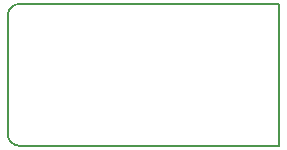
<source format=gm1>
%TF.GenerationSoftware,KiCad,Pcbnew,4.0.7*%
%TF.CreationDate,2017-09-24T07:07:02-05:00*%
%TF.ProjectId,USB_Port_Tester,5553425F506F72745F5465737465722E,1.0*%
%TF.FileFunction,Profile,NP*%
%FSLAX46Y46*%
G04 Gerber Fmt 4.6, Leading zero omitted, Abs format (unit mm)*
G04 Created by KiCad (PCBNEW 4.0.7) date 09/24/17 07:07:02*
%MOMM*%
%LPD*%
G01*
G04 APERTURE LIST*
%ADD10C,0.127000*%
G04 APERTURE END LIST*
D10*
X157632400Y-101295200D02*
X157632400Y-113284000D01*
X135737600Y-101295200D02*
X157632400Y-101295200D01*
X135737600Y-101295200D02*
G75*
G03X134620000Y-102209600I-101600J-1016000D01*
G01*
X157632400Y-113284000D02*
X135585200Y-113284000D01*
X134620000Y-112217200D02*
X134620000Y-102209600D01*
X134620000Y-112217200D02*
G75*
G03X135585200Y-113284000I1016000J-50800D01*
G01*
M02*

</source>
